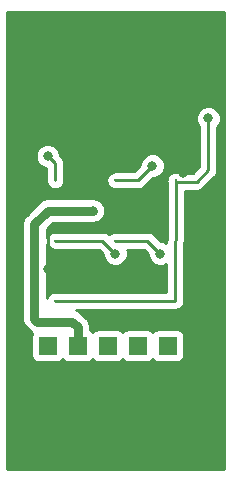
<source format=gbr>
G04 #@! TF.GenerationSoftware,KiCad,Pcbnew,(2018-02-10 revision a04965c36)-makepkg*
G04 #@! TF.CreationDate,2018-12-03T23:15:46+01:00*
G04 #@! TF.ProjectId,SIPM01B,5349504D3031422E6B696361645F7063,rev?*
G04 #@! TF.SameCoordinates,Original*
G04 #@! TF.FileFunction,Copper,L1,Top,Signal*
G04 #@! TF.FilePolarity,Positive*
%FSLAX46Y46*%
G04 Gerber Fmt 4.6, Leading zero omitted, Abs format (unit mm)*
G04 Created by KiCad (PCBNEW (2018-02-10 revision a04965c36)-makepkg) date 12/03/18 23:15:46*
%MOMM*%
%LPD*%
G01*
G04 APERTURE LIST*
%ADD10C,6.000000*%
%ADD11C,0.230000*%
%ADD12R,1.524000X1.524000*%
%ADD13C,0.800000*%
%ADD14C,0.250000*%
%ADD15C,0.800000*%
%ADD16C,0.254000*%
G04 APERTURE END LIST*
D10*
X15240000Y35560000D03*
X5080000Y5080000D03*
X5080000Y35560000D03*
X15240000Y5080000D03*
D11*
X15260000Y25420000D03*
X15260000Y20320000D03*
X15260000Y15220000D03*
X10160000Y15220000D03*
X5060000Y15220000D03*
X5060000Y20320000D03*
X10160000Y20320000D03*
X10160000Y25420000D03*
X5060000Y25420000D03*
D12*
X4445000Y11430000D03*
X6985000Y11430000D03*
X9525000Y11430000D03*
X12065000Y11430000D03*
X14605000Y11430000D03*
D13*
X4445000Y27487500D03*
X13304520Y26670000D03*
X10160000Y19232500D03*
X13970000Y19232500D03*
X4445000Y17907000D03*
X15875000Y26035000D03*
X8255000Y22860000D03*
X18034000Y30670500D03*
D14*
X5060000Y26872500D02*
X4445000Y27487500D01*
X5060000Y25420000D02*
X5060000Y26872500D01*
X12054520Y25420000D02*
X13304520Y26670000D01*
X10160000Y25420000D02*
X12054520Y25420000D01*
X9072500Y20320000D02*
X10160000Y19232500D01*
X5060000Y20320000D02*
X9072500Y20320000D01*
X12882500Y20320000D02*
X13970000Y19232500D01*
X10160000Y20320000D02*
X12882500Y20320000D01*
X4445000Y21336000D02*
X4445000Y17907000D01*
X4609990Y21500990D02*
X4445000Y21336000D01*
X4699000Y21590000D02*
X4609990Y21500990D01*
X9398000Y21590000D02*
X4699000Y21590000D01*
X9398000Y22977682D02*
X9398000Y21590000D01*
X9906000Y23495000D02*
X9906000Y23485682D01*
X9906000Y23485682D02*
X9398000Y22977682D01*
X7747000Y25654000D02*
X9906000Y23495000D01*
X7747000Y28650360D02*
X7747000Y25654000D01*
X5080000Y35560000D02*
X5080000Y31317360D01*
X5080000Y31317360D02*
X7747000Y28650360D01*
D15*
X4445000Y22860000D02*
X8255000Y22860000D01*
X3302000Y21717000D02*
X4445000Y22860000D01*
X3302000Y13716000D02*
X3302000Y21717000D01*
X3556000Y13462000D02*
X3302000Y13716000D01*
X6515000Y13462000D02*
X3556000Y13462000D01*
X6985000Y11430000D02*
X6985000Y12992000D01*
X6985000Y12992000D02*
X6515000Y13462000D01*
D14*
X18034000Y26289000D02*
X18034000Y30670500D01*
X17054999Y25309999D02*
X18034000Y26289000D01*
X15260000Y25380000D02*
X15330001Y25309999D01*
X15330001Y25309999D02*
X17054999Y25309999D01*
X15240000Y20320000D02*
X15260000Y20340000D01*
X15260000Y20340000D02*
X15260000Y25380000D01*
X15240000Y15240000D02*
X15240000Y20320000D01*
X15220000Y15220000D02*
X15240000Y15240000D01*
X10160000Y15220000D02*
X15220000Y15220000D01*
X5060000Y15220000D02*
X10160000Y15220000D01*
D16*
G36*
X19331000Y989000D02*
X989000Y989000D01*
X989000Y21717000D01*
X2246724Y21717000D01*
X2267001Y21615061D01*
X2267000Y13817934D01*
X2246724Y13716000D01*
X2267000Y13614066D01*
X2327052Y13312164D01*
X2555807Y12969807D01*
X2642227Y12912063D01*
X2752063Y12802227D01*
X2809807Y12715807D01*
X3127466Y12503554D01*
X3084843Y12439765D01*
X3035560Y12192000D01*
X3035560Y10668000D01*
X3084843Y10420235D01*
X3225191Y10210191D01*
X3435235Y10069843D01*
X3683000Y10020560D01*
X5207000Y10020560D01*
X5454765Y10069843D01*
X5664809Y10210191D01*
X5715000Y10285307D01*
X5765191Y10210191D01*
X5975235Y10069843D01*
X6223000Y10020560D01*
X7747000Y10020560D01*
X7994765Y10069843D01*
X8204809Y10210191D01*
X8255000Y10285307D01*
X8305191Y10210191D01*
X8515235Y10069843D01*
X8763000Y10020560D01*
X10287000Y10020560D01*
X10534765Y10069843D01*
X10744809Y10210191D01*
X10795000Y10285307D01*
X10845191Y10210191D01*
X11055235Y10069843D01*
X11303000Y10020560D01*
X12827000Y10020560D01*
X13074765Y10069843D01*
X13284809Y10210191D01*
X13335000Y10285307D01*
X13385191Y10210191D01*
X13595235Y10069843D01*
X13843000Y10020560D01*
X15367000Y10020560D01*
X15614765Y10069843D01*
X15824809Y10210191D01*
X15965157Y10420235D01*
X16014440Y10668000D01*
X16014440Y12192000D01*
X15965157Y12439765D01*
X15824809Y12649809D01*
X15614765Y12790157D01*
X15367000Y12839440D01*
X13843000Y12839440D01*
X13595235Y12790157D01*
X13385191Y12649809D01*
X13335000Y12574693D01*
X13284809Y12649809D01*
X13074765Y12790157D01*
X12827000Y12839440D01*
X11303000Y12839440D01*
X11055235Y12790157D01*
X10845191Y12649809D01*
X10795000Y12574693D01*
X10744809Y12649809D01*
X10534765Y12790157D01*
X10287000Y12839440D01*
X8763000Y12839440D01*
X8515235Y12790157D01*
X8305191Y12649809D01*
X8255000Y12574693D01*
X8204809Y12649809D01*
X8020000Y12773295D01*
X8020000Y12890071D01*
X8040275Y12992001D01*
X8020000Y13093930D01*
X8020000Y13093935D01*
X7959948Y13395837D01*
X7731193Y13738193D01*
X7644773Y13795937D01*
X7318937Y14121773D01*
X7261193Y14208193D01*
X6918837Y14436948D01*
X6802947Y14460000D01*
X15145153Y14460000D01*
X15220000Y14445112D01*
X15294847Y14460000D01*
X15294852Y14460000D01*
X15345125Y14470000D01*
X15409184Y14470000D01*
X15468367Y14494514D01*
X15516537Y14504096D01*
X15557374Y14531382D01*
X15684841Y14584181D01*
X15895819Y14795159D01*
X16010000Y15070816D01*
X16010000Y15215425D01*
X16014888Y15239999D01*
X16010000Y15264573D01*
X16010000Y15369184D01*
X16000000Y15393326D01*
X16000000Y20146674D01*
X16010000Y20170816D01*
X16010000Y20214875D01*
X16020000Y20265148D01*
X16020000Y20265152D01*
X16034888Y20339999D01*
X16020000Y20414846D01*
X16020000Y24549999D01*
X16980152Y24549999D01*
X17054999Y24535111D01*
X17129846Y24549999D01*
X17129851Y24549999D01*
X17351536Y24594095D01*
X17602928Y24762070D01*
X17645330Y24825528D01*
X18518476Y25698673D01*
X18581929Y25741071D01*
X18624327Y25804524D01*
X18624329Y25804526D01*
X18733511Y25967929D01*
X18749904Y25992463D01*
X18794000Y26214148D01*
X18794000Y26214152D01*
X18808888Y26288999D01*
X18794000Y26363846D01*
X18794000Y29966789D01*
X18911431Y30084220D01*
X19069000Y30464626D01*
X19069000Y30876374D01*
X18911431Y31256780D01*
X18620280Y31547931D01*
X18239874Y31705500D01*
X17828126Y31705500D01*
X17447720Y31547931D01*
X17156569Y31256780D01*
X16999000Y30876374D01*
X16999000Y30464626D01*
X17156569Y30084220D01*
X17274001Y29966788D01*
X17274000Y26603803D01*
X16740197Y26069999D01*
X15650607Y26069999D01*
X15409184Y26170000D01*
X15110816Y26170000D01*
X14835159Y26055819D01*
X14624181Y25844841D01*
X14571381Y25717370D01*
X14544097Y25676537D01*
X14534516Y25628371D01*
X14510000Y25569184D01*
X14510000Y25505120D01*
X14485112Y25380000D01*
X14500001Y25305148D01*
X14500000Y20495394D01*
X14465112Y20320000D01*
X14480001Y20245148D01*
X14480001Y20141527D01*
X14175874Y20267500D01*
X14009802Y20267500D01*
X13472831Y20804470D01*
X13430429Y20867929D01*
X13179037Y21035904D01*
X12957352Y21080000D01*
X12957347Y21080000D01*
X12882500Y21094888D01*
X12807653Y21080000D01*
X10085148Y21080000D01*
X10034875Y21070000D01*
X10010816Y21070000D01*
X9988589Y21060793D01*
X9863463Y21035904D01*
X9757387Y20965026D01*
X9735159Y20955819D01*
X9718146Y20938806D01*
X9616250Y20870721D01*
X9369037Y21035904D01*
X9147352Y21080000D01*
X9147347Y21080000D01*
X9072500Y21094888D01*
X8997653Y21080000D01*
X4985148Y21080000D01*
X4934875Y21070000D01*
X4910816Y21070000D01*
X4888589Y21060793D01*
X4763463Y21035904D01*
X4657387Y20965026D01*
X4635159Y20955819D01*
X4618146Y20938806D01*
X4512071Y20867929D01*
X4441194Y20761854D01*
X4424181Y20744841D01*
X4414974Y20722613D01*
X4344096Y20616537D01*
X4337000Y20580863D01*
X4337000Y21288290D01*
X4873711Y21825000D01*
X8460874Y21825000D01*
X8556901Y21864776D01*
X8658837Y21885052D01*
X8745253Y21942793D01*
X8841280Y21982569D01*
X8914776Y22056065D01*
X9001193Y22113807D01*
X9058935Y22200224D01*
X9132431Y22273720D01*
X9172207Y22369747D01*
X9229948Y22456163D01*
X9250224Y22558098D01*
X9290000Y22654126D01*
X9290000Y22758065D01*
X9310276Y22860000D01*
X9290000Y22961935D01*
X9290000Y23065874D01*
X9250224Y23161902D01*
X9229948Y23263837D01*
X9172207Y23350253D01*
X9132431Y23446280D01*
X9058935Y23519776D01*
X9001193Y23606193D01*
X8914776Y23663935D01*
X8841280Y23737431D01*
X8745253Y23777207D01*
X8658837Y23834948D01*
X8556901Y23855224D01*
X8460874Y23895000D01*
X4546934Y23895000D01*
X4444999Y23915276D01*
X4343065Y23895000D01*
X4041163Y23834948D01*
X3698807Y23606193D01*
X3641065Y23519776D01*
X2642225Y22520935D01*
X2555808Y22463193D01*
X2498066Y22376776D01*
X2327052Y22120836D01*
X2246724Y21717000D01*
X989000Y21717000D01*
X989000Y27693374D01*
X3410000Y27693374D01*
X3410000Y27281626D01*
X3567569Y26901220D01*
X3858720Y26610069D01*
X4239126Y26452500D01*
X4300001Y26452500D01*
X4300000Y25345149D01*
X4310000Y25294876D01*
X4310000Y25270816D01*
X4319207Y25248588D01*
X4344096Y25123464D01*
X4414973Y25017388D01*
X4424181Y24995159D01*
X4441194Y24978146D01*
X4512071Y24872071D01*
X4618146Y24801194D01*
X4635159Y24784181D01*
X4657387Y24774974D01*
X4763463Y24704096D01*
X4888589Y24679207D01*
X4910816Y24670000D01*
X4934875Y24670000D01*
X5060000Y24645111D01*
X5185125Y24670000D01*
X5209184Y24670000D01*
X5231412Y24679207D01*
X5356536Y24704096D01*
X5462612Y24774973D01*
X5484841Y24784181D01*
X5501854Y24801194D01*
X5607929Y24872071D01*
X5678806Y24978146D01*
X5695819Y24995159D01*
X5705026Y25017387D01*
X5775904Y25123463D01*
X5800793Y25248589D01*
X5810000Y25270816D01*
X5810000Y25294875D01*
X5820000Y25345148D01*
X5820000Y25420000D01*
X9385111Y25420000D01*
X9410000Y25294875D01*
X9410000Y25270816D01*
X9419207Y25248589D01*
X9444096Y25123463D01*
X9514974Y25017387D01*
X9524181Y24995159D01*
X9541194Y24978146D01*
X9612071Y24872071D01*
X9718146Y24801194D01*
X9735159Y24784181D01*
X9757387Y24774974D01*
X9863463Y24704096D01*
X9988589Y24679207D01*
X10010816Y24670000D01*
X10034875Y24670000D01*
X10085148Y24660000D01*
X11979673Y24660000D01*
X12054520Y24645112D01*
X12129367Y24660000D01*
X12129372Y24660000D01*
X12351057Y24704096D01*
X12602449Y24872071D01*
X12644851Y24935530D01*
X13344322Y25635000D01*
X13510394Y25635000D01*
X13890800Y25792569D01*
X14181951Y26083720D01*
X14339520Y26464126D01*
X14339520Y26875874D01*
X14181951Y27256280D01*
X13890800Y27547431D01*
X13510394Y27705000D01*
X13098646Y27705000D01*
X12718240Y27547431D01*
X12427089Y27256280D01*
X12269520Y26875874D01*
X12269520Y26709802D01*
X11739719Y26180000D01*
X10085148Y26180000D01*
X10034875Y26170000D01*
X10010816Y26170000D01*
X9988589Y26160793D01*
X9863463Y26135904D01*
X9757387Y26065026D01*
X9735159Y26055819D01*
X9718146Y26038806D01*
X9612071Y25967929D01*
X9541194Y25861854D01*
X9524181Y25844841D01*
X9514974Y25822613D01*
X9444096Y25716537D01*
X9419207Y25591411D01*
X9410000Y25569184D01*
X9410000Y25545125D01*
X9385111Y25420000D01*
X5820000Y25420000D01*
X5820000Y26797654D01*
X5834888Y26872501D01*
X5820000Y26947348D01*
X5820000Y26947352D01*
X5775904Y27169037D01*
X5714905Y27260329D01*
X5650329Y27356974D01*
X5650327Y27356976D01*
X5607929Y27420429D01*
X5544475Y27462828D01*
X5480000Y27527303D01*
X5480000Y27693374D01*
X5322431Y28073780D01*
X5031280Y28364931D01*
X4650874Y28522500D01*
X4239126Y28522500D01*
X3858720Y28364931D01*
X3567569Y28073780D01*
X3410000Y27693374D01*
X989000Y27693374D01*
X989000Y39651000D01*
X19331001Y39651000D01*
X19331000Y989000D01*
X19331000Y989000D01*
G37*
X19331000Y989000D02*
X989000Y989000D01*
X989000Y21717000D01*
X2246724Y21717000D01*
X2267001Y21615061D01*
X2267000Y13817934D01*
X2246724Y13716000D01*
X2267000Y13614066D01*
X2327052Y13312164D01*
X2555807Y12969807D01*
X2642227Y12912063D01*
X2752063Y12802227D01*
X2809807Y12715807D01*
X3127466Y12503554D01*
X3084843Y12439765D01*
X3035560Y12192000D01*
X3035560Y10668000D01*
X3084843Y10420235D01*
X3225191Y10210191D01*
X3435235Y10069843D01*
X3683000Y10020560D01*
X5207000Y10020560D01*
X5454765Y10069843D01*
X5664809Y10210191D01*
X5715000Y10285307D01*
X5765191Y10210191D01*
X5975235Y10069843D01*
X6223000Y10020560D01*
X7747000Y10020560D01*
X7994765Y10069843D01*
X8204809Y10210191D01*
X8255000Y10285307D01*
X8305191Y10210191D01*
X8515235Y10069843D01*
X8763000Y10020560D01*
X10287000Y10020560D01*
X10534765Y10069843D01*
X10744809Y10210191D01*
X10795000Y10285307D01*
X10845191Y10210191D01*
X11055235Y10069843D01*
X11303000Y10020560D01*
X12827000Y10020560D01*
X13074765Y10069843D01*
X13284809Y10210191D01*
X13335000Y10285307D01*
X13385191Y10210191D01*
X13595235Y10069843D01*
X13843000Y10020560D01*
X15367000Y10020560D01*
X15614765Y10069843D01*
X15824809Y10210191D01*
X15965157Y10420235D01*
X16014440Y10668000D01*
X16014440Y12192000D01*
X15965157Y12439765D01*
X15824809Y12649809D01*
X15614765Y12790157D01*
X15367000Y12839440D01*
X13843000Y12839440D01*
X13595235Y12790157D01*
X13385191Y12649809D01*
X13335000Y12574693D01*
X13284809Y12649809D01*
X13074765Y12790157D01*
X12827000Y12839440D01*
X11303000Y12839440D01*
X11055235Y12790157D01*
X10845191Y12649809D01*
X10795000Y12574693D01*
X10744809Y12649809D01*
X10534765Y12790157D01*
X10287000Y12839440D01*
X8763000Y12839440D01*
X8515235Y12790157D01*
X8305191Y12649809D01*
X8255000Y12574693D01*
X8204809Y12649809D01*
X8020000Y12773295D01*
X8020000Y12890071D01*
X8040275Y12992001D01*
X8020000Y13093930D01*
X8020000Y13093935D01*
X7959948Y13395837D01*
X7731193Y13738193D01*
X7644773Y13795937D01*
X7318937Y14121773D01*
X7261193Y14208193D01*
X6918837Y14436948D01*
X6802947Y14460000D01*
X15145153Y14460000D01*
X15220000Y14445112D01*
X15294847Y14460000D01*
X15294852Y14460000D01*
X15345125Y14470000D01*
X15409184Y14470000D01*
X15468367Y14494514D01*
X15516537Y14504096D01*
X15557374Y14531382D01*
X15684841Y14584181D01*
X15895819Y14795159D01*
X16010000Y15070816D01*
X16010000Y15215425D01*
X16014888Y15239999D01*
X16010000Y15264573D01*
X16010000Y15369184D01*
X16000000Y15393326D01*
X16000000Y20146674D01*
X16010000Y20170816D01*
X16010000Y20214875D01*
X16020000Y20265148D01*
X16020000Y20265152D01*
X16034888Y20339999D01*
X16020000Y20414846D01*
X16020000Y24549999D01*
X16980152Y24549999D01*
X17054999Y24535111D01*
X17129846Y24549999D01*
X17129851Y24549999D01*
X17351536Y24594095D01*
X17602928Y24762070D01*
X17645330Y24825528D01*
X18518476Y25698673D01*
X18581929Y25741071D01*
X18624327Y25804524D01*
X18624329Y25804526D01*
X18733511Y25967929D01*
X18749904Y25992463D01*
X18794000Y26214148D01*
X18794000Y26214152D01*
X18808888Y26288999D01*
X18794000Y26363846D01*
X18794000Y29966789D01*
X18911431Y30084220D01*
X19069000Y30464626D01*
X19069000Y30876374D01*
X18911431Y31256780D01*
X18620280Y31547931D01*
X18239874Y31705500D01*
X17828126Y31705500D01*
X17447720Y31547931D01*
X17156569Y31256780D01*
X16999000Y30876374D01*
X16999000Y30464626D01*
X17156569Y30084220D01*
X17274001Y29966788D01*
X17274000Y26603803D01*
X16740197Y26069999D01*
X15650607Y26069999D01*
X15409184Y26170000D01*
X15110816Y26170000D01*
X14835159Y26055819D01*
X14624181Y25844841D01*
X14571381Y25717370D01*
X14544097Y25676537D01*
X14534516Y25628371D01*
X14510000Y25569184D01*
X14510000Y25505120D01*
X14485112Y25380000D01*
X14500001Y25305148D01*
X14500000Y20495394D01*
X14465112Y20320000D01*
X14480001Y20245148D01*
X14480001Y20141527D01*
X14175874Y20267500D01*
X14009802Y20267500D01*
X13472831Y20804470D01*
X13430429Y20867929D01*
X13179037Y21035904D01*
X12957352Y21080000D01*
X12957347Y21080000D01*
X12882500Y21094888D01*
X12807653Y21080000D01*
X10085148Y21080000D01*
X10034875Y21070000D01*
X10010816Y21070000D01*
X9988589Y21060793D01*
X9863463Y21035904D01*
X9757387Y20965026D01*
X9735159Y20955819D01*
X9718146Y20938806D01*
X9616250Y20870721D01*
X9369037Y21035904D01*
X9147352Y21080000D01*
X9147347Y21080000D01*
X9072500Y21094888D01*
X8997653Y21080000D01*
X4985148Y21080000D01*
X4934875Y21070000D01*
X4910816Y21070000D01*
X4888589Y21060793D01*
X4763463Y21035904D01*
X4657387Y20965026D01*
X4635159Y20955819D01*
X4618146Y20938806D01*
X4512071Y20867929D01*
X4441194Y20761854D01*
X4424181Y20744841D01*
X4414974Y20722613D01*
X4344096Y20616537D01*
X4337000Y20580863D01*
X4337000Y21288290D01*
X4873711Y21825000D01*
X8460874Y21825000D01*
X8556901Y21864776D01*
X8658837Y21885052D01*
X8745253Y21942793D01*
X8841280Y21982569D01*
X8914776Y22056065D01*
X9001193Y22113807D01*
X9058935Y22200224D01*
X9132431Y22273720D01*
X9172207Y22369747D01*
X9229948Y22456163D01*
X9250224Y22558098D01*
X9290000Y22654126D01*
X9290000Y22758065D01*
X9310276Y22860000D01*
X9290000Y22961935D01*
X9290000Y23065874D01*
X9250224Y23161902D01*
X9229948Y23263837D01*
X9172207Y23350253D01*
X9132431Y23446280D01*
X9058935Y23519776D01*
X9001193Y23606193D01*
X8914776Y23663935D01*
X8841280Y23737431D01*
X8745253Y23777207D01*
X8658837Y23834948D01*
X8556901Y23855224D01*
X8460874Y23895000D01*
X4546934Y23895000D01*
X4444999Y23915276D01*
X4343065Y23895000D01*
X4041163Y23834948D01*
X3698807Y23606193D01*
X3641065Y23519776D01*
X2642225Y22520935D01*
X2555808Y22463193D01*
X2498066Y22376776D01*
X2327052Y22120836D01*
X2246724Y21717000D01*
X989000Y21717000D01*
X989000Y27693374D01*
X3410000Y27693374D01*
X3410000Y27281626D01*
X3567569Y26901220D01*
X3858720Y26610069D01*
X4239126Y26452500D01*
X4300001Y26452500D01*
X4300000Y25345149D01*
X4310000Y25294876D01*
X4310000Y25270816D01*
X4319207Y25248588D01*
X4344096Y25123464D01*
X4414973Y25017388D01*
X4424181Y24995159D01*
X4441194Y24978146D01*
X4512071Y24872071D01*
X4618146Y24801194D01*
X4635159Y24784181D01*
X4657387Y24774974D01*
X4763463Y24704096D01*
X4888589Y24679207D01*
X4910816Y24670000D01*
X4934875Y24670000D01*
X5060000Y24645111D01*
X5185125Y24670000D01*
X5209184Y24670000D01*
X5231412Y24679207D01*
X5356536Y24704096D01*
X5462612Y24774973D01*
X5484841Y24784181D01*
X5501854Y24801194D01*
X5607929Y24872071D01*
X5678806Y24978146D01*
X5695819Y24995159D01*
X5705026Y25017387D01*
X5775904Y25123463D01*
X5800793Y25248589D01*
X5810000Y25270816D01*
X5810000Y25294875D01*
X5820000Y25345148D01*
X5820000Y25420000D01*
X9385111Y25420000D01*
X9410000Y25294875D01*
X9410000Y25270816D01*
X9419207Y25248589D01*
X9444096Y25123463D01*
X9514974Y25017387D01*
X9524181Y24995159D01*
X9541194Y24978146D01*
X9612071Y24872071D01*
X9718146Y24801194D01*
X9735159Y24784181D01*
X9757387Y24774974D01*
X9863463Y24704096D01*
X9988589Y24679207D01*
X10010816Y24670000D01*
X10034875Y24670000D01*
X10085148Y24660000D01*
X11979673Y24660000D01*
X12054520Y24645112D01*
X12129367Y24660000D01*
X12129372Y24660000D01*
X12351057Y24704096D01*
X12602449Y24872071D01*
X12644851Y24935530D01*
X13344322Y25635000D01*
X13510394Y25635000D01*
X13890800Y25792569D01*
X14181951Y26083720D01*
X14339520Y26464126D01*
X14339520Y26875874D01*
X14181951Y27256280D01*
X13890800Y27547431D01*
X13510394Y27705000D01*
X13098646Y27705000D01*
X12718240Y27547431D01*
X12427089Y27256280D01*
X12269520Y26875874D01*
X12269520Y26709802D01*
X11739719Y26180000D01*
X10085148Y26180000D01*
X10034875Y26170000D01*
X10010816Y26170000D01*
X9988589Y26160793D01*
X9863463Y26135904D01*
X9757387Y26065026D01*
X9735159Y26055819D01*
X9718146Y26038806D01*
X9612071Y25967929D01*
X9541194Y25861854D01*
X9524181Y25844841D01*
X9514974Y25822613D01*
X9444096Y25716537D01*
X9419207Y25591411D01*
X9410000Y25569184D01*
X9410000Y25545125D01*
X9385111Y25420000D01*
X5820000Y25420000D01*
X5820000Y26797654D01*
X5834888Y26872501D01*
X5820000Y26947348D01*
X5820000Y26947352D01*
X5775904Y27169037D01*
X5714905Y27260329D01*
X5650329Y27356974D01*
X5650327Y27356976D01*
X5607929Y27420429D01*
X5544475Y27462828D01*
X5480000Y27527303D01*
X5480000Y27693374D01*
X5322431Y28073780D01*
X5031280Y28364931D01*
X4650874Y28522500D01*
X4239126Y28522500D01*
X3858720Y28364931D01*
X3567569Y28073780D01*
X3410000Y27693374D01*
X989000Y27693374D01*
X989000Y39651000D01*
X19331001Y39651000D01*
X19331000Y989000D01*
G36*
X4344096Y20023463D02*
X4414974Y19917387D01*
X4424181Y19895159D01*
X4441194Y19878146D01*
X4512071Y19772071D01*
X4618146Y19701194D01*
X4635159Y19684181D01*
X4657387Y19674974D01*
X4763463Y19604096D01*
X4888589Y19579207D01*
X4910816Y19570000D01*
X4934875Y19570000D01*
X4985148Y19560000D01*
X8757699Y19560000D01*
X9125000Y19192698D01*
X9125000Y19026626D01*
X9282569Y18646220D01*
X9573720Y18355069D01*
X9954126Y18197500D01*
X10365874Y18197500D01*
X10746280Y18355069D01*
X11037431Y18646220D01*
X11195000Y19026626D01*
X11195000Y19438374D01*
X11144621Y19560000D01*
X12567699Y19560000D01*
X12935000Y19192698D01*
X12935000Y19026626D01*
X13092569Y18646220D01*
X13383720Y18355069D01*
X13764126Y18197500D01*
X14175874Y18197500D01*
X14480001Y18323473D01*
X14480000Y15980000D01*
X4985148Y15980000D01*
X4934875Y15970000D01*
X4910816Y15970000D01*
X4888589Y15960793D01*
X4763463Y15935904D01*
X4657387Y15865026D01*
X4635159Y15855819D01*
X4618146Y15838806D01*
X4512071Y15767929D01*
X4441194Y15661854D01*
X4424181Y15644841D01*
X4414974Y15622613D01*
X4344096Y15516537D01*
X4337000Y15480863D01*
X4337000Y20059137D01*
X4344096Y20023463D01*
X4344096Y20023463D01*
G37*
X4344096Y20023463D02*
X4414974Y19917387D01*
X4424181Y19895159D01*
X4441194Y19878146D01*
X4512071Y19772071D01*
X4618146Y19701194D01*
X4635159Y19684181D01*
X4657387Y19674974D01*
X4763463Y19604096D01*
X4888589Y19579207D01*
X4910816Y19570000D01*
X4934875Y19570000D01*
X4985148Y19560000D01*
X8757699Y19560000D01*
X9125000Y19192698D01*
X9125000Y19026626D01*
X9282569Y18646220D01*
X9573720Y18355069D01*
X9954126Y18197500D01*
X10365874Y18197500D01*
X10746280Y18355069D01*
X11037431Y18646220D01*
X11195000Y19026626D01*
X11195000Y19438374D01*
X11144621Y19560000D01*
X12567699Y19560000D01*
X12935000Y19192698D01*
X12935000Y19026626D01*
X13092569Y18646220D01*
X13383720Y18355069D01*
X13764126Y18197500D01*
X14175874Y18197500D01*
X14480001Y18323473D01*
X14480000Y15980000D01*
X4985148Y15980000D01*
X4934875Y15970000D01*
X4910816Y15970000D01*
X4888589Y15960793D01*
X4763463Y15935904D01*
X4657387Y15865026D01*
X4635159Y15855819D01*
X4618146Y15838806D01*
X4512071Y15767929D01*
X4441194Y15661854D01*
X4424181Y15644841D01*
X4414974Y15622613D01*
X4344096Y15516537D01*
X4337000Y15480863D01*
X4337000Y20059137D01*
X4344096Y20023463D01*
M02*

</source>
